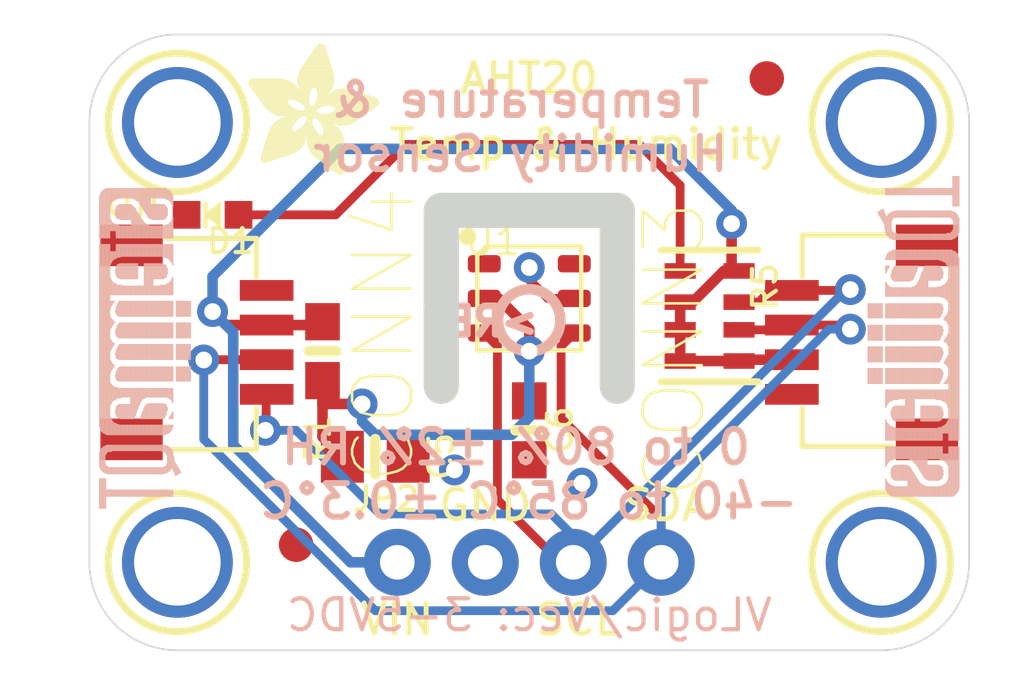
<source format=kicad_pcb>
(kicad_pcb (version 20211014) (generator pcbnew)
  (layers (0 "F.Cu" signal) (31 "B.Cu" signal) (34 "B.Paste" user) (35 "F.Paste" user) (36 "B.SilkS" user "B.Silkscreen") (37 "F.SilkS" user "F.Silkscreen") (38 "B.Mask" user) (39 "F.Mask" user) (44 "Edge.Cuts" user))
  (net 0 "")
  (net 1 "SDA")
  (net 2 "SCL")
  (net 3 "GND")
  (net 4 "VCC")
  (net 5 "N$1")
  (net 6 "VDD")
  (footprint "boardEagle:CHIPLED_0603_NOOUTLINE" (layer "F.Cu") (at 139.3571 101.3206 90)
    (fp_text reference "D1" (at -0.762 1.27) (layer "F.SilkS") (effects (font (size 0.692831 0.692831) (thickness 0.119969)) (justify right)))
    (fp_text value "GREEN")
    (pad "A" smd rect (at 0 0.75 90) (size 0.8 0.8) (layers "F.Cu" "F.Paste" "F.Mask") (net 5 "N$1"))
    (pad "C" smd rect (at 0 -0.75 90) (size 0.8 0.8) (layers "F.Cu" "F.Paste" "F.Mask") (net 3 "GND"))
  )
  (footprint "boardEagle:1X04_ROUND_76" (layer "F.Cu") (at 148.5011 111.3536)
    (fp_text reference "JP2" (at -5.1562 -1.8288) (layer "F.SilkS") (effects (font (size 0.692831 0.692831) (thickness 0.119969)) (justify left)))
    (fp_text value "")
    (pad "1" thru_hole circle (at -3.81 0 90) (size 1.9304 1.9304) (drill 1) (layers *.Cu *.Mask) (net 4 "VCC"))
    (pad "2" thru_hole circle (at -1.27 0 90) (size 1.9304 1.9304) (drill 1) (layers *.Cu *.Mask) (net 3 "GND"))
    (pad "3" thru_hole circle (at 1.27 0 90) (size 1.9304 1.9304) (drill 1) (layers *.Cu *.Mask) (net 2 "SCL"))
    (pad "4" thru_hole circle (at 3.81 0 90) (size 1.9304 1.9304) (drill 1) (layers *.Cu *.Mask) (net 1 "SDA"))
  )
  (footprint "boardEagle:0603-NO" (layer "F.Cu") (at 148.5011 107.5436 -90)
    (fp_text reference "C6" (at -0.762 -0.889 90) (layer "F.SilkS") (effects (font (size 0.692831 0.692831) (thickness 0.119969)) (justify right)))
    (fp_text value "0.1uF")
    (pad "1" smd rect (at -0.85 0 270) (size 1.075 1) (layers "F.Cu" "F.Paste" "F.Mask") (net 6 "VDD"))
    (pad "2" smd rect (at 0.85 0 270) (size 1.075 1) (layers "F.Cu" "F.Paste" "F.Mask") (net 3 "GND"))
  )
  (footprint "boardEagle:JST_SH4" (layer "F.Cu") (at 158.5976 105.0036 90)
    (fp_text reference "CONN3" (at -4.6 -5.9 90) (layer "F.SilkS") (effects (font (size 1.703222 1.703222) (thickness 0.074778)) (justify left)))
    (fp_text value "STEMMA_I2C_QT" hide)
    (pad "1" smd rect (at -1.5 -2.514 180) (size 1.55 0.6) (layers "F.Cu" "F.Paste" "F.Mask") (net 3 "GND"))
    (pad "2" smd rect (at -0.5 -2.514 180) (size 1.55 0.6) (layers "F.Cu" "F.Paste" "F.Mask") (net 4 "VCC"))
    (pad "3" smd rect (at 0.5 -2.514 180) (size 1.55 0.6) (layers "F.Cu" "F.Paste" "F.Mask") (net 1 "SDA"))
    (pad "4" smd rect (at 1.5 -2.514 180) (size 1.55 0.6) (layers "F.Cu" "F.Paste" "F.Mask") (net 2 "SCL"))
    (pad "MT1" smd rect (at -2.8 1.386 180) (size 1.8 1.2) (layers "F.Cu" "F.Paste" "F.Mask") (net 3 "GND"))
    (pad "MT2" smd rect (at 2.8 1.386 180) (size 1.8 1.2) (layers "F.Cu" "F.Paste" "F.Mask") (net 3 "GND"))
  )
  (footprint "boardEagle:MOUNTINGHOLE_2.5_PLATED" (layer "F.Cu") (at 138.3411 111.3536)
    (fp_text reference "U$22" hide)
    (fp_text value "MOUNTINGHOLE2.5" hide)
    (pad "P$1" thru_hole circle (at 0 0) (size 3.2 3.2) (drill 2.5) (layers *.Cu *.Mask))
  )
  (footprint "boardEagle:MOUNTINGHOLE_2.5_PLATED" (layer "F.Cu") (at 158.6611 98.6536)
    (fp_text reference "U$20" hide)
    (fp_text value "MOUNTINGHOLE2.5" hide)
    (pad "P$1" thru_hole circle (at 0 0) (size 3.2 3.2) (drill 2.5) (layers *.Cu *.Mask))
  )
  (footprint "boardEagle:RESPACK_4X0603" (layer "F.Cu") (at 153.7081 104.2416 -90)
    (fp_text reference "R5" (at -1.6 -1.6 90) (layer "F.SilkS") (effects (font (size 0.692831 0.692831) (thickness 0.119969)) (justify right)))
    (fp_text value "10K")
    (pad "1" smd rect (at -1.3 0.85 270) (size 0.45 0.9) (layers "F.Cu" "F.Paste" "F.Mask") (net 5 "N$1"))
    (pad "2" smd rect (at -0.4 0.85 270) (size 0.45 0.9) (layers "F.Cu" "F.Paste" "F.Mask") (net 4 "VCC"))
    (pad "3" smd rect (at 0.4 0.85 270) (size 0.45 0.9) (layers "F.Cu" "F.Paste" "F.Mask") (net 4 "VCC"))
    (pad "4" smd rect (at 1.3 0.85 270) (size 0.45 0.9) (layers "F.Cu" "F.Paste" "F.Mask") (net 4 "VCC"))
    (pad "5" smd rect (at 1.3 -0.85 270) (size 0.45 0.9) (layers "F.Cu" "F.Paste" "F.Mask") (net 4 "VCC"))
    (pad "6" smd rect (at 0.4 -0.85 270) (size 0.45 0.9) (layers "F.Cu" "F.Paste" "F.Mask") (net 1 "SDA"))
    (pad "7" smd rect (at -0.4 -0.85 270) (size 0.45 0.9) (layers "F.Cu" "F.Paste" "F.Mask") (net 2 "SCL"))
    (pad "8" smd rect (at -1.3 -0.85 270) (size 0.45 0.9) (layers "F.Cu" "F.Paste" "F.Mask") (net 4 "VCC"))
  )
  (footprint "boardEagle:FIDUCIAL_1MM" (layer "F.Cu") (at 141.7701 110.8456)
    (fp_text reference "FID3" hide)
    (fp_text value "FIDUCIAL_1MM" hide)
    (pad "1" smd roundrect (at 0 0) (size 1 1) (layers "F.Cu" "F.Mask") (roundrect_rratio 0.5))
  )
  (footprint "boardEagle:FIDUCIAL_1MM" (layer "F.Cu") (at 155.3591 97.3836)
    (fp_text reference "FID4" hide)
    (fp_text value "FIDUCIAL_1MM" hide)
    (pad "1" smd roundrect (at 0 0) (size 1 1) (layers "F.Cu" "F.Mask") (roundrect_rratio 0.5))
  )
  (footprint "boardEagle:MOUNTINGHOLE_2.5_PLATED" (layer "F.Cu") (at 138.3411 98.6536)
    (fp_text reference "U$19" hide)
    (fp_text value "MOUNTINGHOLE2.5" hide)
    (pad "P$1" thru_hole circle (at 0 0) (size 3.2 3.2) (drill 2.5) (layers *.Cu *.Mask))
  )
  (footprint "boardEagle:0603-NO" (layer "F.Cu") (at 142.5321 105.2576 -90)
    (fp_text reference "R1" (at 1.778 0.127 90) (layer "F.SilkS") (effects (font (size 0.692831 0.692831) (thickness 0.119969)) (justify right)))
    (fp_text value "220")
    (pad "1" smd rect (at -0.85 0 270) (size 1.075 1) (layers "F.Cu" "F.Paste" "F.Mask") (net 4 "VCC"))
    (pad "2" smd rect (at 0.85 0 270) (size 1.075 1) (layers "F.Cu" "F.Paste" "F.Mask") (net 6 "VDD"))
  )
  (footprint "boardEagle:JST_SH4" (layer "F.Cu") (at 138.4046 105.0036 -90)
    (fp_text reference "CONN4" (at -4.6 -5.9 90) (layer "F.SilkS") (effects (font (size 1.703222 1.703222) (thickness 0.074778)) (justify right)))
    (fp_text value "STEMMA_I2C_QT" hide)
    (pad "1" smd rect (at -1.5 -2.514) (size 1.55 0.6) (layers "F.Cu" "F.Paste" "F.Mask") (net 3 "GND"))
    (pad "2" smd rect (at -0.5 -2.514) (size 1.55 0.6) (layers "F.Cu" "F.Paste" "F.Mask") (net 4 "VCC"))
    (pad "3" smd rect (at 0.5 -2.514) (size 1.55 0.6) (layers "F.Cu" "F.Paste" "F.Mask") (net 1 "SDA"))
    (pad "4" smd rect (at 1.5 -2.514) (size 1.55 0.6) (layers "F.Cu" "F.Paste" "F.Mask") (net 2 "SCL"))
    (pad "MT1" smd rect (at -2.8 1.386) (size 1.8 1.2) (layers "F.Cu" "F.Paste" "F.Mask") (net 3 "GND"))
    (pad "MT2" smd rect (at 2.8 1.386) (size 1.8 1.2) (layers "F.Cu" "F.Paste" "F.Mask") (net 3 "GND"))
  )
  (footprint "boardEagle:0805-NO" (layer "F.Cu") (at 144.0561 108.3056)
    (fp_text reference "C5" (at 1.905 -0.762 90) (layer "F.SilkS") (effects (font (size 0.692831 0.692831) (thickness 0.119969)) (justify right)))
    (fp_text value "10uF")
    (pad "1" smd rect (at -0.95 0) (size 1.24 1.5) (layers "F.Cu" "F.Paste" "F.Mask") (net 6 "VDD"))
    (pad "2" smd rect (at 0.95 0) (size 1.24 1.5) (layers "F.Cu" "F.Paste" "F.Mask") (net 3 "GND"))
  )
  (footprint "boardEagle:SNR6-1.0-3X3X1MM" (layer "F.Cu") (at 148.5011 103.7336)
    (fp_text reference "U1" (at -1.905 -1.651) (layer "F.SilkS") (effects (font (size 0.795122 0.795122) (thickness 0.093878)) (justify left)))
    (fp_text value "AHT20")
    (pad "1" smd roundrect (at -1.3 -1) (size 0.95 0.5) (layers "F.Cu" "F.Paste" "F.Mask"))
    (pad "2" smd roundrect (at -1.3 0) (size 0.95 0.5) (layers "F.Cu" "F.Paste" "F.Mask") (net 6 "VDD"))
    (pad "3" smd roundrect (at -1.3 1) (size 0.95 0.5) (layers "F.Cu" "F.Paste" "F.Mask") (net 2 "SCL"))
    (pad "4" smd roundrect (at 1.3 1) (size 0.95 0.5) (layers "F.Cu" "F.Paste" "F.Mask") (net 1 "SDA"))
    (pad "5" smd roundrect (at 1.3 0) (size 0.95 0.5) (layers "F.Cu" "F.Paste" "F.Mask") (net 3 "GND"))
    (pad "6" smd roundrect (at 1.3 -1) (size 0.95 0.5) (layers "F.Cu" "F.Paste" "F.Mask"))
  )
  (footprint "boardEagle:MOUNTINGHOLE_2.5_PLATED" (layer "F.Cu") (at 158.6611 111.3536)
    (fp_text reference "U$25" hide)
    (fp_text value "MOUNTINGHOLE2.5" hide)
    (pad "P$1" thru_hole circle (at 0 0) (size 3.2 3.2) (drill 2.5) (layers *.Cu *.Mask))
  )
  (footprint "boardEagle:ADAFRUIT_3.5MM" (layer "F.Cu") (at 140.3731 100.1776)
    (fp_text reference "U$28" hide)
    (fp_text value "" hide)
  )
  (footprint "boardEagle:PCBFEAT-REV-040" (layer "B.Cu") (at 148.5011 104.3686 180)
    (fp_text reference "U$29" hide)
    (fp_text value "" hide)
    (fp_text user ">REV" (at -0.3556 -0.508) (layer "B.SilkS") (effects (font (size 0.8128 0.8128) (thickness 0.2032)) (justify left bottom mirror)))
  )
  (footprint "boardEagle:STEMMAQT" (layer "B.Cu") (at 138.7221 100.5586 -90)
    (fp_text reference "U$31" hide)
    (fp_text value "" hide)
  )
  (footprint "boardEagle:STEMMAQT" (layer "B.Cu") (at 158.2801 109.4486 90)
    (fp_text reference "U$30" hide)
    (fp_text value "" hide)
  )
  (gr_arc (start 161.2011 111.3536) (mid 160.457151 113.149651) (end 158.6611 113.8936) (layer "Edge.Cuts") (width 0.05))
  (gr_line (start 138.3411 113.8936) (end 158.6611 113.8936) (layer "Edge.Cuts") (width 0.05))
  (gr_line (start 158.6611 96.1136) (end 138.3411 96.1136) (layer "Edge.Cuts") (width 0.05))
  (gr_line (start 161.2011 111.3536) (end 161.2011 98.6536) (layer "Edge.Cuts") (width 0.05))
  (gr_line (start 151.0411 101.1936) (end 151.0411 106.2736) (layer "Edge.Cuts") (width 1.016))
  (gr_arc (start 158.6611 96.1136) (mid 160.457151 96.857549) (end 161.2011 98.6536) (layer "Edge.Cuts") (width 0.05))
  (gr_arc (start 138.3411 113.8936) (mid 136.545049 113.149651) (end 135.8011 111.3536) (layer "Edge.Cuts") (width 0.05))
  (gr_line (start 135.8011 98.6536) (end 135.8011 111.3536) (layer "Edge.Cuts") (width 0.05))
  (gr_line (start 145.9611 106.2736) (end 145.9611 101.1936) (layer "Edge.Cuts") (width 1.016))
  (gr_arc (start 135.8011 98.6536) (mid 136.545049 96.857549) (end 138.3411 96.1136) (layer "Edge.Cuts") (width 0.05))
  (gr_line (start 145.9611 101.1936) (end 151.0411 101.1936) (layer "Edge.Cuts") (width 1.016))
  (gr_text "Temperature &\nHumidity Sensor" (at 148.2471 98.7806) (layer "B.SilkS") (effects (font (size 0.97155 0.97155) (thickness 0.17145)) (justify mirror)))
  (gr_text "VLogic/Vcc: 3-5VDC" (at 148.5011 112.8776) (layer "B.SilkS") (effects (font (size 0.89408 0.89408) (thickness 0.12192)) (justify mirror)))
  (gr_text "0 to 80% ±2% RH\n-40 to 85°C ±0.3°C " (at 148.1201 108.8136) (layer "B.SilkS") (effects (font (size 0.97155 0.97155) (thickness 0.17145)) (justify mirror)))
  (gr_text "AHT20" (at 148.5011 97.3836) (layer "F.SilkS") (effects (font (size 0.8636 0.8636) (thickness 0.1524))))
  (gr_text "VIN" (at 144.6911 113.0046) (layer "F.SilkS") (effects (font (size 0.87376 0.87376) (thickness 0.14224))))
  (gr_text "on" (at 136.1821 101.4476) (layer "F.SilkS") (effects (font (size 0.89408 0.89408) (thickness 0.12192)) (justify left bottom)))
  (gr_text "GND" (at 147.2311 109.7026) (layer "F.SilkS") (effects (font (size 0.87376 0.87376) (thickness 0.14224))))
  (gr_text "SDA" (at 152.4381 109.7026) (layer "F.SilkS") (effects (font (size 0.87376 0.87376) (thickness 0.14224))))
  (gr_text "SCL" (at 149.8981 113.0046) (layer "F.SilkS") (effects (font (size 0.87376 0.87376) (thickness 0.14224))))
  (gr_text "Temp & Humidity" (at 150.1521 99.2886) (layer "F.SilkS") (effects (font (size 0.8636 0.8636) (thickness 0.1524))))
  (segment (start 152.3111 110.0836) (end 152.3111 111.3536) (width 0.254) (layer "F.Cu") (net 1))
  (segment (start 149.8011 104.7336) (end 149.4201 105.1146) (width 0.254) (layer "F.Cu") (net 1))
  (segment (start 154.5581 104.6416) (end 155.3401 104.6416) (width 0.254) (layer "F.Cu") (net 1))
  (segment (start 155.4861 104.4956) (end 156.0756 104.4956) (width 0.254) (layer "F.Cu") (net 1))
  (segment (start 149.4201 107.1926) (end 152.3111 110.0836) (width 0.254) (layer "F.Cu") (net 1))
  (segment (start 156.0756 104.4956) (end 156.0836 104.5036) (width 0.254) (layer "F.Cu") (net 1))
  (segment (start 156.0836 104.5036) (end 157.6531 104.5036) (width 0.254) (layer "F.Cu") (net 1))
  (segment (start 155.3401 104.6416) (end 155.4861 104.4956) (width 0.254) (layer "F.Cu") (net 1))
  (segment (start 139.1111 105.5036) (end 139.1031 105.5116) (width 0.254) (layer "F.Cu") (net 1))
  (segment (start 140.9186 105.5036) (end 139.1111 105.5036) (width 0.254) (layer "F.Cu") (net 1))
  (segment (start 149.4201 105.1146) (end 149.4201 107.1926) (width 0.254) (layer "F.Cu") (net 1))
  (segment (start 157.6531 104.5036) (end 157.7721 104.6226) (width 0.254) (layer "F.Cu") (net 1))
  (via (at 157.7721 104.6226) (size 0.889) (drill 0.4826) (layers "F.Cu" "B.Cu") (net 1))
  (via (at 139.1031 105.5116) (size 0.889) (drill 0.4826) (layers "F.Cu" "B.Cu") (net 1))
  (segment (start 139.1031 105.5116) (end 139.1031 107.7976) (width 0.254) (layer "B.Cu") (net 1))
  (segment (start 144.0561 112.7506) (end 150.9141 112.7506) (width 0.254) (layer "B.Cu") (net 1))
  (segment (start 157.148681 104.6226) (end 152.3111 109.460182) (width 0.254) (layer "B.Cu") (net 1))
  (segment (start 157.7721 104.6226) (end 157.148681 104.6226) (width 0.254) (layer "B.Cu") (net 1))
  (segment (start 150.9141 112.7506) (end 152.3111 111.3536) (width 0.254) (layer "B.Cu") (net 1))
  (segment (start 139.1031 107.7976) (end 144.0561 112.7506) (width 0.254) (layer "B.Cu") (net 1))
  (segment (start 152.3111 109.460182) (end 152.3111 111.3536) (width 0.254) (layer "B.Cu") (net 1))
  (segment (start 140.9051 106.5171) (end 140.9051 107.5196) (width 0.254) (layer "F.Cu") (net 2))
  (segment (start 140.8811 107.5436) (end 140.9051 107.5196) (width 0.254) (layer "F.Cu") (net 2))
  (segment (start 147.5821 105.1146) (end 147.5821 109.5456) (width 0.254) (layer "F.Cu") (net 2))
  (segment (start 147.2011 104.7336) (end 147.5821 105.1146) (width 0.254) (layer "F.Cu") (net 2))
  (segment (start 155.1241 103.8416) (end 155.4621 103.5036) (width 0.254) (layer "F.Cu") (net 2))
  (segment (start 155.4621 103.5036) (end 156.0836 103.5036) (width 0.254) (layer "F.Cu") (net 2))
  (segment (start 149.3901 111.3536) (end 147.5821 109.5456) (width 0.254) (layer "F.Cu") (net 2))
  (segment (start 157.7481 103.5036) (end 157.7721 103.4796) (width 0.254) (layer "F.Cu") (net 2))
  (segment (start 140.9186 106.5036) (end 140.9051 106.5171) (width 0.254) (layer "F.Cu") (net 2))
  (segment (start 154.5581 103.8416) (end 155.1241 103.8416) (width 0.254) (layer "F.Cu") (net 2))
  (segment (start 156.0836 103.5036) (end 157.7481 103.5036) (width 0.254) (layer "F.Cu") (net 2))
  (segment (start 149.3901 111.3536) (end 149.7711 111.3536) (width 0.254) (layer "F.Cu") (net 2))
  (via (at 140.8811 107.5436) (size 0.889) (drill 0.4826) (layers "F.Cu" "B.Cu") (net 2))
  (via (at 157.7721 103.4796) (size 0.889) (drill 0.4826) (layers "F.Cu" "B.Cu") (net 2))
  (segment (start 157.7721 103.4796) (end 157.6451 103.4796) (width 0.254) (layer "B.Cu") (net 2))
  (segment (start 141.7701 107.5436) (end 140.8811 107.5436) (width 0.254) (layer "B.Cu") (net 2))
  (segment (start 149.7711 110.5916) (end 149.7711 111.3536) (width 0.254) (layer "B.Cu") (net 2))
  (segment (start 144.1831 109.9566) (end 149.1361 109.9566) (width 0.254) (layer "B.Cu") (net 2))
  (segment (start 157.6451 103.4796) (end 149.7711 111.3536) (width 0.254) (layer "B.Cu") (net 2))
  (segment (start 144.1831 109.9566) (end 141.7701 107.5436) (width 0.254) (layer "B.Cu") (net 2))
  (segment (start 149.1361 109.9566) (end 149.7711 110.5916) (width 0.254) (layer "B.Cu") (net 2))
  (segment (start 148.5011 102.8446) (end 148.5011 103.1956) (width 0.254) (layer "F.Cu") (net 3))
  (segment (start 149.0391 103.7336) (end 148.5011 103.1956) (width 0.254) (layer "F.Cu") (net 3))
  (segment (start 149.8011 103.7336) (end 149.0391 103.7336) (width 0.254) (layer "F.Cu") (net 3))
  (via (at 148.5011 102.8446) (size 0.889) (drill 0.4826) (layers "F.Cu" "B.Cu") (net 3))
  (via (at 146.3421 108.6866) (size 0.889) (drill 0.4826) (layers "F.Cu" "B.Cu") (net 3))
  (via (at 150.0251 109.0676) (size 0.889) (drill 0.4826) (layers "F.Cu" "B.Cu") (net 3))
  (segment (start 140.9186 104.5036) (end 139.7461 104.5036) (width 0.3048) (layer "F.Cu") (net 4))
  (segment (start 139.7461 104.5036) (end 139.3571 104.1146) (width 0.3048) (layer "F.Cu") (net 4))
  (segment (start 154.3431 101.5746) (end 154.3431 102.9416) (width 0.3048) (layer "F.Cu") (net 4))
  (segment (start 152.8581 105.5416) (end 154.5581 105.5416) (width 0.3048) (layer "F.Cu") (net 4))
  (segment (start 156.0836 105.5036) (end 154.5961 105.5036) (width 0.3048) (layer "F.Cu") (net 4))
  (segment (start 142.4361 104.5036) (end 142.5321 104.4076) (width 0.3048) (layer "F.Cu") (net 4))
  (segment (start 154.5581 102.9416) (end 154.3431 102.9416) (width 0.3048) (layer "F.Cu") (net 4))
  (segment (start 154.3431 102.9416) (end 154.1191 102.9416) (width 0.3048) (layer "F.Cu") (net 4))
  (segment (start 140.9186 104.5036) (end 142.4361 104.5036) (width 0.3048) (layer "F.Cu") (net 4))
  (segment (start 152.8581 104.6416) (end 152.8581 105.5416) (width 0.3048) (layer "F.Cu") (net 4))
  (segment (start 154.1191 102.9416) (end 153.2191 103.8416) (width 0.3048) (layer "F.Cu") (net 4))
  (segment (start 152.8581 103.8416) (end 152.8581 104.6416) (width 0.3048) (layer "F.Cu") (net 4))
  (segment (start 153.2191 103.8416) (end 152.8581 103.8416) (width 0.3048) (layer "F.Cu") (net 4))
  (segment (start 154.5961 105.5036) (end 154.5581 105.5416) (width 0.3048) (layer "F.Cu") (net 4))
  (via (at 154.3431 101.5746) (size 0.889) (drill 0.4826) (layers "F.Cu" "B.Cu") (net 4))
  (via (at 139.3571 104.1146) (size 0.889) (drill 0.4826) (layers "F.Cu" "B.Cu") (net 4))
  (segment (start 139.954 104.7115) (end 139.954 107.966) (width 0.3048) (layer "B.Cu") (net 4))
  (segment (start 139.3571 103.0986) (end 143.0401 99.4156) (width 0.3048) (layer "B.Cu") (net 4))
  (segment (start 143.3416 111.3536) (end 144.6911 111.3536) (width 0.3048) (layer "B.Cu") (net 4))
  (segment (start 154.3431 101.1936) (end 154.3431 101.5746) (width 0.3048) (layer "B.Cu") (net 4))
  (segment (start 143.0401 99.4156) (end 152.5651 99.4156) (width 0.3048) (layer "B.Cu") (net 4))
  (segment (start 152.5651 99.4156) (end 154.3431 101.1936) (width 0.3048) (layer "B.Cu") (net 4))
  (segment (start 139.3571 104.1146) (end 139.3571 103.0986) (width 0.3048) (layer "B.Cu") (net 4))
  (segment (start 139.954 107.966) (end 143.3416 111.3536) (width 0.3048) (layer "B.Cu") (net 4))
  (segment (start 139.3571 104.1146) (end 139.954 104.7115) (width 0.3048) (layer "B.Cu") (net 4))
  (segment (start 152.8581 100.4706) (end 152.8581 102.9416) (width 0.254) (layer "F.Cu") (net 5))
  (segment (start 151.6761 99.2886) (end 152.8581 100.4706) (width 0.254) (layer "F.Cu") (net 5))
  (segment (start 144.9451 99.2886) (end 151.6761 99.2886) (width 0.254) (layer "F.Cu") (net 5))
  (segment (start 142.9131 101.3206) (end 144.9451 99.2886) (width 0.254) (layer "F.Cu") (net 5))
  (segment (start 140.1071 101.3206) (end 142.9131 101.3206) (width 0.254) (layer "F.Cu") (net 5))
  (segment (start 142.5321 106.1076) (end 142.5321 106.7816) (width 0.3048) (layer "F.Cu") (net 6))
  (segment (start 142.5321 106.7816) (end 143.6751 106.7816) (width 0.3048) (layer "F.Cu") (net 6))
  (segment (start 147.6121 103.7336) (end 148.5011 104.6226) (width 0.3048) (layer "F.Cu") (net 6))
  (segment (start 142.5321 107.7316) (end 143.1061 108.3056) (width 0.3048) (layer "F.Cu") (net 6))
  (segment (start 147.2011 103.7336) (end 147.6121 103.7336) (width 0.3048) (layer "F.Cu") (net 6))
  (segment (start 148.5011 105.2576) (end 148.5011 106.6936) (width 0.3048) (layer "F.Cu") (net 6))
  (segment (start 142.5321 106.1076) (end 142.5321 107.7316) (width 0.3048) (layer "F.Cu") (net 6))
  (segment (start 148.5011 104.6226) (end 148.5011 105.2576) (width 0.3048) (layer "F.Cu") (net 6))
  (via (at 143.6751 106.7816) (size 0.889) (drill 0.4826) (layers "F.Cu" "B.Cu") (net 6))
  (via (at 148.5011 105.2576) (size 0.889) (drill 0.4826) (layers "F.Cu" "B.Cu") (net 6))
  (segment (start 144.0561 107.6706) (end 147.9931 107.6706) (width 0.3048) (layer "B.Cu") (net 6))
  (segment (start 144.0561 107.6706) (end 143.6751 107.2896) (width 0.3048) (layer "B.Cu") (net 6))
  (segment (start 148.5011 107.1626) (end 148.5011 105.2576) (width 0.3048) (layer "B.Cu") (net 6))
  (segment (start 147.9931 107.6706) (end 148.5011 107.1626) (width 0.3048) (layer "B.Cu") (net 6))
  (segment (start 143.6751 106.7816) (end 143.6751 107.2896) (width 0.3048) (layer "B.Cu") (net 6))
)
</source>
